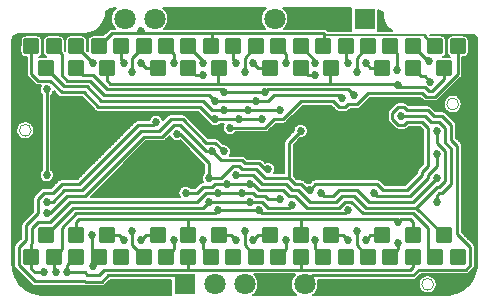
<source format=gtl>
G04 DipTrace 3.2.0.1*
G04 td_display_uBraidsII_bigtrans.GTL*
%MOIN*%
G04 #@! TF.FileFunction,Copper,L1,Top*
G04 #@! TF.Part,Single*
%AMOUTLINE0*
4,1,40,
0.025591,0.019193,
0.025493,0.020304,
0.025205,0.021381,
0.024734,0.022391,
0.024093,0.023306,
0.023306,0.024093,
0.022391,0.024734,
0.021381,0.025205,
0.020304,0.025493,
0.019193,0.025591,
-0.019193,0.025591,
-0.020304,0.025493,
-0.021381,0.025205,
-0.022391,0.024734,
-0.023306,0.024093,
-0.024093,0.023306,
-0.024734,0.022391,
-0.025205,0.021381,
-0.025493,0.020304,
-0.025591,0.019193,
-0.025591,-0.019193,
-0.025493,-0.020304,
-0.025205,-0.021381,
-0.024734,-0.022391,
-0.024093,-0.023306,
-0.023306,-0.024093,
-0.022391,-0.024734,
-0.021381,-0.025205,
-0.020304,-0.025493,
-0.019193,-0.025591,
0.019193,-0.025591,
0.020304,-0.025493,
0.021381,-0.025205,
0.022391,-0.024734,
0.023306,-0.024093,
0.024093,-0.023306,
0.024734,-0.022391,
0.025205,-0.021381,
0.025493,-0.020304,
0.025591,-0.019193,
0.025591,0.019193,
0*%
G04 #@! TA.AperFunction,Conductor*
%ADD10C,0.009843*%
%ADD14C,0.008*%
G04 #@! TA.AperFunction,CopperBalancing*
%ADD15C,0.005*%
G04 #@! TA.AperFunction,Nonconductor*
%ADD17C,0.000013*%
G04 #@! TA.AperFunction,ComponentPad*
%ADD19R,0.070866X0.070866*%
%ADD20C,0.070866*%
G04 #@! TA.AperFunction,ViaPad*
%ADD24C,0.027*%
%ADD37OUTLINE0*%
%FSLAX26Y26*%
G04*
G70*
G90*
G75*
G01*
G04 Top*
%LPD*%
X1063291Y797543D2*
D10*
X1102661D1*
X1142031Y836913D1*
X1161717D1*
X1171559Y827071D1*
X1220772D1*
X1250299Y797543D1*
X1329039D1*
X1348724Y777858D1*
X1368409D1*
X1388094Y758173D1*
X1397937D1*
X1417622Y777858D1*
X1624315D1*
X1644000Y758173D1*
X1722740D1*
X1771953Y807386D1*
Y817228D1*
X1791638Y836913D1*
Y964866D1*
X1771953Y984551D1*
X1722740D1*
X1712898Y974709D1*
X1693213D1*
X1673528Y994394D1*
Y1014079D1*
X1693213Y1033764D1*
X1712898D1*
X1722740Y1023921D1*
X1791638D1*
X1811323Y1004236D1*
X1840850D1*
X1870378Y974709D1*
Y925496D1*
X1890063Y905811D1*
Y610535D1*
X1934354Y566244D1*
Y507189D1*
X1919591Y492425D1*
X1762110D1*
X1742425Y472740D1*
X1410929D1*
X1381402Y443213D1*
X1329039Y797543D2*
Y915654D1*
X1368409Y955024D1*
X955024Y945181D2*
X964866D1*
X1063291Y846756D1*
Y797543D1*
X620378Y1165654D2*
X644000Y1142031D1*
X674512D1*
X723724Y1092819D1*
X1102661D1*
X1112504Y1082976D1*
X994394Y1165654D2*
X1018016Y1142031D1*
X1043606D1*
X1368409Y1165654D2*
X1392031Y1142031D1*
X1417622D1*
X1742425Y1165654D2*
X1770969Y1137110D1*
X1782583D1*
X1800807Y1118886D1*
X1250299Y1082976D2*
X1260142Y1092819D1*
X1525890D1*
X1545575Y1073134D1*
X1112504Y1082976D2*
X1250299D1*
X620378Y1236520D2*
X675167Y1181731D1*
Y1181500D1*
X994394Y1236520D2*
X1043606Y1187307D1*
Y1181402D1*
X1368409Y1236520D2*
X1417622Y1187307D1*
Y1181402D1*
X1742425Y1236520D2*
X1791548Y1187397D1*
X1794747D1*
X722740Y1165654D2*
Y1123331D1*
X733567Y1112504D1*
X1092819D1*
X1466835D1*
X1676383D1*
X1688152Y1100735D1*
X1693917Y1106500D1*
X1700168Y1100249D1*
X1784207D1*
X1796706Y1087751D1*
X1806255D1*
X1844787Y1126283D1*
Y1165654D1*
X1096756D2*
X1092819Y1161717D1*
Y1112504D1*
X1470772Y1165654D2*
X1466835Y1161717D1*
Y1112504D1*
X1470772Y606598D2*
X1510142D1*
X1525890Y590850D1*
X1151874Y807386D2*
X1210929D1*
X1240457Y777858D1*
X1319197D1*
X1338882Y758173D1*
X1358567D1*
X1397937Y718803D1*
X1486520D1*
X1506205Y738488D1*
X1545575D1*
X1584945Y699118D1*
X1752268D1*
X1821165Y768016D1*
X1831008D1*
X1850693Y787701D1*
Y886126D1*
X1821165Y915654D1*
Y955024D1*
X722740Y606598D2*
X762110D1*
X777858Y590850D1*
X1096756Y606598D2*
X1136126D1*
X1151874Y590850D1*
X1844787Y606598D2*
X1752268Y699118D1*
X620378Y606598D2*
Y649906D1*
X630220Y659748D1*
X994394D1*
X1368409D1*
X1683370D1*
X1693213Y649906D1*
X1821165Y876283D2*
Y836913D1*
X1791638Y807386D1*
Y797543D1*
X1732583Y738488D1*
X1624315D1*
X1614472Y748331D1*
X994394Y606598D2*
Y659748D1*
X1368409Y606598D2*
Y659748D1*
X1693213Y649906D2*
X1703055Y659748D1*
X1732583D1*
X1742425Y649906D1*
Y606598D1*
X981402Y443213D2*
X951874Y472740D1*
X726020D1*
X705499Y452219D1*
X650741D1*
X649906Y453055D1*
X482583D1*
X428449Y507189D1*
Y566244D1*
X453055Y590850D1*
Y640063D1*
X492425Y679433D1*
Y728646D1*
X512110Y748331D1*
X541638D1*
X571165Y777858D1*
X630220D1*
X827071Y974709D1*
X876283D1*
X886126Y984551D1*
X1073134Y886126D2*
X1102661Y856598D1*
X1171559D1*
X1181402Y846756D1*
X1230614D1*
X1250299Y827071D1*
X1260142D1*
X521953Y679433D2*
X531795D1*
X590850Y738488D1*
X649906D1*
X846756Y935339D1*
X905811D1*
X945181Y974709D1*
X964866D1*
X1053449Y886126D1*
X1073134D1*
X521953Y718803D2*
X541638D1*
X581008Y758173D1*
X640063D1*
X836913Y955024D1*
X895969D1*
X935339Y994394D1*
X974709D1*
X1053449Y915654D1*
X1082976D1*
X1112504Y886126D1*
X518016Y606598D2*
X610535Y699118D1*
X1043606D1*
X1063291Y718803D1*
X836913Y590850D2*
X852661Y606598D1*
X892031D1*
X1210929Y590850D2*
X1226677Y606598D1*
X1266047D1*
X1584945Y590850D2*
X1600693Y606598D1*
X1640063D1*
X1821165Y797543D2*
X1742425Y718803D1*
X1594787D1*
X1555417Y758173D1*
X1496362D1*
X1476677Y738488D1*
X1447150D1*
X1437307Y748331D1*
X1201087Y718803D2*
X1240457D1*
X1260142Y699118D1*
X1329039D1*
X1338882Y708961D1*
X1063291Y718803D2*
X1201087D1*
X470772Y1236520D2*
Y1144000D1*
X492425Y1122346D1*
X531795D1*
X571165Y1082976D1*
X644984D1*
X694197Y1033764D1*
X1033764D1*
X1073134Y994394D1*
X1082976D1*
X1821165Y718803D2*
Y738488D1*
X1831008Y748331D1*
X1840850D1*
X1870378Y777858D1*
Y895969D1*
X1850693Y915654D1*
Y964866D1*
X1831008Y984551D1*
X1801480D1*
X1781795Y1004236D1*
X1703055D1*
X844787Y1236520D2*
X807386Y1199118D1*
Y1151874D1*
X1218803Y1236520D2*
X1181402Y1199118D1*
Y1151874D1*
X1592819Y1236520D2*
X1555417Y1199118D1*
Y1151874D1*
X1161717Y994394D2*
X1240457D1*
X1082976D2*
X1161717D1*
X518016Y1165654D2*
X581008Y1102661D1*
X654827D1*
X704039Y1053449D1*
X1043606D1*
X1073134Y1023921D1*
X1112504D1*
X836913Y1181402D2*
X852661Y1165654D1*
X892031D1*
X1266047D2*
X1226677D1*
X1210929Y1181402D1*
X1640063Y1165654D2*
X1600693D1*
X1584945Y1181402D1*
X1191244Y1023921D2*
X1299512D1*
X1112504D2*
X1191244D1*
X545575Y1236520D2*
X571165Y1210929D1*
Y1142031D1*
X590850Y1122346D1*
X664669D1*
X713882Y1073134D1*
X1063291D1*
X1082976Y1053449D1*
X945181Y1181402D2*
Y1210929D1*
X919591Y1236520D1*
X1293606D2*
X1319197Y1210929D1*
Y1181402D1*
X1667622Y1236520D2*
X1690322Y1213820D1*
Y1158276D1*
X1220772Y1053449D2*
X1260142D1*
X1279827Y1073134D1*
X1496362D1*
X1506205Y1063291D1*
X1082976Y1053449D2*
X1220772D1*
X837667Y1287751D2*
X829743Y1279827D1*
X1073134D1*
X1447150D1*
Y1272677D1*
D14*
X1778433D1*
D10*
X1817228Y1233882D1*
Y1236520D1*
X521953Y807386D2*
Y1092819D1*
X695181Y1236520D2*
X738488Y1279827D1*
X829743D1*
X1069197Y1236520D2*
X1073134Y1240457D1*
Y1279827D1*
X1443213Y1236520D2*
X1447150Y1240457D1*
Y1272677D1*
X1892031Y1236520D2*
Y1144000D1*
X1817031Y1069000D1*
X1785929D1*
X1773429Y1081500D1*
X1593311D1*
X1555417Y1043606D1*
X1525890D1*
X1516047Y1033764D1*
X1496362D1*
X1476677Y1053449D1*
X1368409D1*
X1309354Y994394D1*
X1279827D1*
X1250299Y964866D1*
X1132189D1*
X769984Y1236520D2*
Y1189276D1*
X777858Y1181402D1*
X1144000Y1236520D2*
Y1189276D1*
X1151874Y1181402D1*
X1518016Y1236520D2*
Y1189276D1*
X1525890Y1181402D1*
X1417622Y590850D2*
Y561323D1*
X1443213Y535732D1*
X1817228D2*
X1791638Y561323D1*
Y630220D1*
X1742425Y679433D1*
X1575102D1*
X1535732Y718803D1*
X1516047D1*
X1496362Y699118D1*
X1388094D1*
X1348724Y738488D1*
X1329039D1*
X1309354Y758173D1*
X1230614D1*
X1210929Y777858D1*
X1201087D1*
X695181Y535732D2*
Y520734D1*
X677690Y503243D1*
X1069197Y535732D2*
X1043606Y561323D1*
Y590850D1*
X695181Y535732D2*
D3*
X1122346Y777858D2*
X1082976D1*
X1073134Y768016D1*
X1043606D1*
X1023921Y748331D1*
X984551D1*
X1201087Y777858D2*
X1122346D1*
X695181Y535732D2*
X671239Y559675D1*
Y607340D1*
X620378Y535732D2*
X590850Y506205D1*
Y482583D1*
X649906D1*
X657184Y475304D1*
X696161D1*
X713282Y492425D1*
X994394D1*
X1368409D1*
X1732583D1*
X1742425Y502268D1*
Y535732D1*
X994394D2*
Y492425D1*
X1368409Y535732D2*
Y492425D1*
X551480Y482583D2*
X545575Y486520D1*
Y535732D1*
X1319197Y590850D2*
Y561323D1*
X1293606Y535732D1*
X919591D2*
X945181Y561323D1*
Y590850D1*
X1667622Y535732D2*
X1693213Y561323D1*
Y581008D1*
X545575Y535732D2*
Y488488D1*
X551480Y482583D1*
X1230614Y689276D2*
X1240457Y679433D1*
X1516047D1*
X1525890Y689276D1*
X1092819D2*
X1230614D1*
X545575Y535732D2*
X571165Y561323D1*
Y630220D1*
X620378Y679433D1*
X1082976D1*
X1092819Y689276D1*
X512110Y482583D2*
X482583D1*
X470772Y494394D1*
Y535732D1*
X807386Y620378D2*
Y573134D1*
X844787Y535732D1*
X1181402Y620378D2*
Y573134D1*
X1218803Y535732D1*
X1555417Y620378D2*
Y573134D1*
X1592819Y535732D1*
X1171559Y748331D2*
X1210929D1*
X1220772Y738488D1*
X1250299D1*
X1260142Y728646D1*
X1299512D1*
X1092819Y748331D2*
X1171559D1*
X470772Y535732D2*
Y579039D1*
X472740Y581008D1*
Y630220D1*
X492425Y649906D1*
X531795D1*
X600693Y718803D1*
X1023921D1*
X1053449Y748331D1*
X1092819D1*
D24*
X1368409Y955024D3*
X1397937Y758173D3*
X955024Y945181D3*
X1063291Y797543D3*
X1250299Y1082976D3*
X1545575Y1073134D3*
X1112504Y1082976D3*
X1043606Y1142031D3*
X1417622D3*
X1800807Y1118886D3*
X675167Y1181500D3*
X1043606Y1181402D3*
X1417622D3*
X1794747Y1187397D3*
X1693917Y1106500D3*
X777858Y590850D3*
X1151874D3*
X1525890D3*
X1151874Y807386D3*
X1821165Y955024D3*
X1693213Y649906D3*
X1821165Y876283D3*
X1614472Y748331D3*
X886126Y984551D3*
X1073134Y886126D3*
X1260142Y827071D3*
X521953Y679433D3*
Y718803D3*
X1112504Y886126D3*
X836913Y590850D3*
X1063291Y718803D3*
X1210929Y590850D3*
X1201087Y718803D3*
X1584945Y590850D3*
X1338882Y708961D3*
X1821165Y797543D3*
X1437307Y748331D3*
X807386Y1151874D3*
X1082976Y994394D3*
X1181402Y1151874D3*
X1161717Y994394D3*
X1555417Y1151874D3*
X1240457Y994394D3*
X1821165Y718803D3*
X1703055Y1004236D3*
X1112504Y1023921D3*
X1191244D3*
X1299512D3*
X836913Y1181402D3*
X1210929D3*
X1584945D3*
X1860535Y423528D3*
X1437307Y856598D3*
X748331Y1004236D3*
X886126Y876283D3*
Y777858D3*
X724472Y1309982D3*
X777858Y1004236D3*
X424575Y1196864D3*
X423528Y876283D3*
X482583Y1092819D3*
X423528Y1102661D3*
X433370Y462898D3*
X640063Y423528D3*
X758173Y443213D3*
X904598Y443818D3*
X1663685Y446613D3*
X1640196Y1305633D3*
X1151874Y915654D3*
X1191244D3*
X1269984Y925496D3*
X1230614Y915654D3*
X1929433Y462898D3*
X1427465Y1023921D3*
X1604630Y1033764D3*
X551480Y1053449D3*
X493917Y925249D3*
X1732583Y1053449D3*
X836913Y1004236D3*
X531795Y423528D3*
X1556070Y447713D3*
X1919591Y1171559D3*
X1941753Y1261109D3*
X450167Y1025249D3*
X423528Y600693D3*
X1939276Y1053449D3*
Y915654D3*
Y758173D3*
Y600693D3*
X945181Y1181402D3*
X1082976Y1053449D3*
X1319197Y1181402D3*
X1220772Y1053449D3*
X1506205Y1063291D3*
X1690322Y1158276D3*
X521953Y807386D3*
X837667Y1287751D3*
X521953Y1092819D3*
X777858Y1181402D3*
X1132189Y964866D3*
X1151874Y1181402D3*
X1525890D3*
X1417622Y590850D3*
X671239Y607340D3*
X984551Y748331D3*
X1043606Y590850D3*
X1122346Y777858D3*
X1201087D3*
X677690Y503243D3*
X590850Y482583D3*
X945181Y590850D3*
X1092819Y689276D3*
X1319197Y590850D3*
X1230614Y689276D3*
X1693213Y581008D3*
X1525890Y689276D3*
X551480Y482583D3*
X807386Y620378D3*
X1092819Y748331D3*
X1181402Y620378D3*
X1171559Y748331D3*
X1555417Y620378D3*
X1299512Y728646D3*
X512110Y482583D3*
X733591Y1360224D2*
D15*
X746907D1*
X915896D2*
X1246907D1*
X1315896D2*
X1534769D1*
X724519Y1355356D2*
X743011D1*
X919792D2*
X1243011D1*
X1319792D2*
X1534769D1*
X719021Y1350487D2*
X740062D1*
X922741D2*
X1240062D1*
X1322741D2*
X1534769D1*
X1628034D2*
X1637005D1*
X718757Y1345618D2*
X737854D1*
X924948D2*
X1237854D1*
X1324948D2*
X1534769D1*
X1628034D2*
X1640794D1*
X718493Y1340749D2*
X736282D1*
X926521D2*
X1236282D1*
X1326521D2*
X1534769D1*
X1628034D2*
X1641165D1*
X717409Y1335881D2*
X735276D1*
X927526D2*
X1235276D1*
X1327526D2*
X1534769D1*
X1628034D2*
X1641526D1*
X715817Y1331012D2*
X734808D1*
X927995D2*
X1234808D1*
X1327995D2*
X1534769D1*
X1628034D2*
X1643011D1*
X714216Y1326143D2*
X734856D1*
X927946D2*
X1234856D1*
X1327946D2*
X1534769D1*
X1628034D2*
X1644593D1*
X712624Y1321274D2*
X735423D1*
X927380D2*
X1235423D1*
X1327380D2*
X1534769D1*
X1628034D2*
X1646165D1*
X709987Y1316406D2*
X736536D1*
X926267D2*
X1236536D1*
X1326267D2*
X1534769D1*
X1628034D2*
X1648196D1*
X706794Y1311537D2*
X738216D1*
X924587D2*
X1238216D1*
X1324587D2*
X1534769D1*
X1628034D2*
X1651204D1*
X703610Y1306668D2*
X740560D1*
X922243D2*
X1240560D1*
X1322243D2*
X1534769D1*
X1628034D2*
X1654212D1*
X700036Y1301799D2*
X743665D1*
X919138D2*
X1243665D1*
X1319138D2*
X1534769D1*
X1628034D2*
X1657396D1*
X694587Y1296930D2*
X747776D1*
X915026D2*
X1247776D1*
X1315026D2*
X1534769D1*
X1628034D2*
X1662327D1*
X689128Y1292062D2*
X728274D1*
X1457360D2*
X1534769D1*
X1628034D2*
X1667259D1*
X681989Y1287193D2*
X723265D1*
X672321Y1282324D2*
X718392D1*
X655310Y1277455D2*
X713528D1*
X415310Y1272587D2*
X448323D1*
X493220D2*
X523128D1*
X568024D2*
X597933D1*
X642819D2*
X672737D1*
X1839675D2*
X1869583D1*
X1914479D2*
X1945950D1*
X410632Y1267718D2*
X438938D1*
X502604D2*
X513743D1*
X577409D2*
X588548D1*
X652214D2*
X663353D1*
X1849060D2*
X1860198D1*
X1923864D2*
X1951546D1*
X408679Y1262849D2*
X435569D1*
X505974D2*
X510374D1*
X580778D2*
X585179D1*
X655583D2*
X659974D1*
X1852429D2*
X1856829D1*
X1927233D2*
X1954075D1*
X408005Y1257980D2*
X434144D1*
X1928659D2*
X1954808D1*
X408005Y1253112D2*
X433978D1*
X1928825D2*
X1954808D1*
X408005Y1248243D2*
X433978D1*
X1928825D2*
X1954808D1*
X408005Y1243374D2*
X433978D1*
X1928825D2*
X1954808D1*
X408005Y1238505D2*
X433978D1*
X1928825D2*
X1954808D1*
X408005Y1233636D2*
X433978D1*
X1928825D2*
X1954808D1*
X408005Y1228768D2*
X433978D1*
X1928825D2*
X1954808D1*
X408005Y1223899D2*
X433978D1*
X1928825D2*
X1954808D1*
X408005Y1219030D2*
X433978D1*
X1928825D2*
X1954808D1*
X408005Y1214161D2*
X434280D1*
X1928522D2*
X1954808D1*
X408005Y1209293D2*
X435989D1*
X505554D2*
X510794D1*
X1852009D2*
X1857249D1*
X1926813D2*
X1954808D1*
X408005Y1204424D2*
X439866D1*
X501677D2*
X514671D1*
X1848142D2*
X1861126D1*
X1922937D2*
X1954808D1*
X408005Y1199555D2*
X454651D1*
X1908151D2*
X1954808D1*
X408005Y1194686D2*
X454651D1*
X1908151D2*
X1954808D1*
X408005Y1189818D2*
X454651D1*
X1908151D2*
X1954808D1*
X408005Y1184949D2*
X454651D1*
X1908151D2*
X1954808D1*
X408005Y1180080D2*
X454651D1*
X1908151D2*
X1954808D1*
X408005Y1175211D2*
X454651D1*
X1908151D2*
X1954808D1*
X408005Y1170343D2*
X454651D1*
X1908151D2*
X1954808D1*
X408005Y1165474D2*
X454651D1*
X1908151D2*
X1954808D1*
X408005Y1160605D2*
X454651D1*
X1908151D2*
X1954808D1*
X408005Y1155736D2*
X454651D1*
X1908151D2*
X1954808D1*
X408005Y1150867D2*
X454651D1*
X1908151D2*
X1954808D1*
X408005Y1145999D2*
X454651D1*
X1908151D2*
X1954808D1*
X408005Y1141130D2*
X454915D1*
X1907888D2*
X1954808D1*
X408005Y1136261D2*
X456702D1*
X1906101D2*
X1954808D1*
X408005Y1131392D2*
X460784D1*
X1902019D2*
X1954808D1*
X408005Y1126524D2*
X465657D1*
X1897146D2*
X1954808D1*
X408005Y1121655D2*
X470521D1*
X1892282D2*
X1954808D1*
X408005Y1116786D2*
X475394D1*
X1887409D2*
X1954808D1*
X408005Y1111917D2*
X480267D1*
X1882536D2*
X1954808D1*
X408005Y1107049D2*
X488763D1*
X1877673D2*
X1954808D1*
X408005Y1102180D2*
X499134D1*
X1872800D2*
X1954808D1*
X408005Y1097311D2*
X497669D1*
X1867937D2*
X1954808D1*
X408005Y1092442D2*
X497259D1*
X1863063D2*
X1954808D1*
X408005Y1087573D2*
X497825D1*
X1858200D2*
X1954808D1*
X408005Y1082705D2*
X499466D1*
X544440D2*
X548841D1*
X1853327D2*
X1954808D1*
X408005Y1077836D2*
X502444D1*
X541452D2*
X553714D1*
X1848464D2*
X1954808D1*
X408005Y1072967D2*
X505833D1*
X538073D2*
X558587D1*
X1843591D2*
X1865472D1*
X1884860D2*
X1954808D1*
X408005Y1068098D2*
X505833D1*
X538073D2*
X565901D1*
X1838718D2*
X1856175D1*
X1894157D2*
X1954808D1*
X408005Y1063230D2*
X505833D1*
X538073D2*
X642142D1*
X1597634D2*
X1769104D1*
X1833854D2*
X1851263D1*
X1899079D2*
X1954808D1*
X408005Y1058361D2*
X505833D1*
X538073D2*
X647005D1*
X1592761D2*
X1773978D1*
X1828981D2*
X1848147D1*
X1902185D2*
X1954808D1*
X408005Y1053492D2*
X505833D1*
X538073D2*
X651878D1*
X1587897D2*
X1783548D1*
X1819411D2*
X1845794D1*
X1904538D2*
X1954808D1*
X408005Y1048623D2*
X505833D1*
X538073D2*
X656741D1*
X1583024D2*
X1687894D1*
X1718220D2*
X1844876D1*
X1905456D2*
X1954808D1*
X408005Y1043755D2*
X505833D1*
X538073D2*
X661614D1*
X1578161D2*
X1680608D1*
X1725495D2*
X1844280D1*
X1906052D2*
X1954808D1*
X408005Y1038886D2*
X505833D1*
X538073D2*
X666487D1*
X1573288D2*
X1675745D1*
X1796618D2*
X1844954D1*
X1905378D2*
X1954808D1*
X408005Y1034017D2*
X505833D1*
X538073D2*
X671351D1*
X1371569D2*
X1473519D1*
X1568425D2*
X1670872D1*
X1804138D2*
X1845970D1*
X1904362D2*
X1954808D1*
X408005Y1029148D2*
X505833D1*
X538073D2*
X676224D1*
X1366696D2*
X1478382D1*
X1561833D2*
X1666009D1*
X1809001D2*
X1848401D1*
X1901940D2*
X1954808D1*
X408005Y1024280D2*
X505833D1*
X538073D2*
X681087D1*
X1361833D2*
X1483255D1*
X1529157D2*
X1661194D1*
X1813874D2*
X1851751D1*
X1898581D2*
X1954808D1*
X408005Y1019411D2*
X505833D1*
X538073D2*
X687532D1*
X1356960D2*
X1489700D1*
X1522712D2*
X1658343D1*
X1845056D2*
X1856810D1*
X1893532D2*
X1954808D1*
X408005Y1014542D2*
X505833D1*
X538073D2*
X1030394D1*
X1352097D2*
X1657415D1*
X1853132D2*
X1867933D1*
X1882399D2*
X1954808D1*
X408005Y1009673D2*
X505833D1*
X538073D2*
X931585D1*
X978454D2*
X1035267D1*
X1347224D2*
X1657405D1*
X1858005D2*
X1954808D1*
X408005Y1004804D2*
X505833D1*
X538073D2*
X872376D1*
X899870D2*
X923157D1*
X986892D2*
X1040130D1*
X1342360D2*
X1657405D1*
X1862878D2*
X1954808D1*
X408005Y999936D2*
X505833D1*
X538073D2*
X866946D1*
X905310D2*
X918284D1*
X991755D2*
X1045003D1*
X1337487D2*
X1657405D1*
X1867741D2*
X1954808D1*
X408005Y995067D2*
X505833D1*
X538073D2*
X863831D1*
X908425D2*
X913421D1*
X996628D2*
X1049866D1*
X1332624D2*
X1657405D1*
X1872614D2*
X1954808D1*
X408005Y990198D2*
X505833D1*
X538073D2*
X824544D1*
X1001491D2*
X1054739D1*
X1327751D2*
X1657981D1*
X1877478D2*
X1954808D1*
X408005Y985329D2*
X440052D1*
X460280D2*
X505833D1*
X538073D2*
X815101D1*
X1006364D2*
X1059603D1*
X1322878D2*
X1660306D1*
X1882331D2*
X1954808D1*
X408005Y980461D2*
X431019D1*
X469313D2*
X505833D1*
X538073D2*
X810228D1*
X1011237D2*
X1062688D1*
X1316921D2*
X1664866D1*
X1885397D2*
X1954808D1*
X408005Y975592D2*
X426126D1*
X474216D2*
X505833D1*
X538073D2*
X805364D1*
X1016101D2*
X1067239D1*
X1098708D2*
X1109993D1*
X1283620D2*
X1355159D1*
X1381657D2*
X1669739D1*
X1886472D2*
X1954808D1*
X408005Y970723D2*
X423079D1*
X477253D2*
X505833D1*
X538073D2*
X800491D1*
X1020974D2*
X1077444D1*
X1088513D2*
X1108206D1*
X1278747D2*
X1349495D1*
X1387321D2*
X1674603D1*
X1886501D2*
X1954808D1*
X408005Y965854D2*
X420755D1*
X479587D2*
X505833D1*
X538073D2*
X795628D1*
X1025837D2*
X1107513D1*
X1273884D2*
X1346272D1*
X1390554D2*
X1679476D1*
X1726638D2*
X1768060D1*
X1886501D2*
X1954808D1*
X408005Y960986D2*
X419856D1*
X480485D2*
X505833D1*
X538073D2*
X790755D1*
X1030710D2*
X1107806D1*
X1269011D2*
X1344456D1*
X1392360D2*
X1685247D1*
X1720856D2*
X1772923D1*
X1886501D2*
X1954808D1*
X408005Y956117D2*
X419280D1*
X481052D2*
X505833D1*
X538073D2*
X785892D1*
X1035573D2*
X1109124D1*
X1264138D2*
X1343733D1*
X1393083D2*
X1775521D1*
X1886501D2*
X1954808D1*
X408005Y951248D2*
X419974D1*
X480358D2*
X505833D1*
X538073D2*
X781019D1*
X1040446D2*
X1111683D1*
X1258454D2*
X1342044D1*
X1392810D2*
X1775521D1*
X1886501D2*
X1954808D1*
X408005Y946379D2*
X421028D1*
X479304D2*
X505833D1*
X538073D2*
X776146D1*
X1045319D2*
X1116077D1*
X1148308D2*
X1337171D1*
X1391511D2*
X1775521D1*
X1886501D2*
X1954808D1*
X408005Y941510D2*
X423470D1*
X476862D2*
X505833D1*
X538073D2*
X771282D1*
X1050183D2*
X1125354D1*
X1139030D2*
X1332308D1*
X1388981D2*
X1775521D1*
X1886501D2*
X1954808D1*
X408005Y936642D2*
X426888D1*
X473444D2*
X505833D1*
X538073D2*
X766409D1*
X1055056D2*
X1327435D1*
X1384646D2*
X1775521D1*
X1886501D2*
X1954808D1*
X408005Y931773D2*
X431995D1*
X468337D2*
X505833D1*
X538073D2*
X761546D1*
X924841D2*
X934378D1*
X1059919D2*
X1322571D1*
X1375622D2*
X1775521D1*
X1886696D2*
X1954808D1*
X408005Y926904D2*
X443802D1*
X456530D2*
X505833D1*
X538073D2*
X756673D1*
X919968D2*
X938665D1*
X1094313D2*
X1317698D1*
X1362878D2*
X1775521D1*
X1891560D2*
X1954808D1*
X408005Y922035D2*
X505833D1*
X538073D2*
X751810D1*
X914499D2*
X947454D1*
X962585D2*
X965423D1*
X1099187D2*
X1314280D1*
X1358015D2*
X1775521D1*
X1896433D2*
X1954808D1*
X408005Y917167D2*
X505833D1*
X538073D2*
X746937D1*
X851179D2*
X970286D1*
X1104060D2*
X1312991D1*
X1353142D2*
X1775521D1*
X1901296D2*
X1954808D1*
X408005Y912298D2*
X505833D1*
X538073D2*
X742063D1*
X846306D2*
X975159D1*
X1108923D2*
X1312923D1*
X1348278D2*
X1775521D1*
X1904772D2*
X1954808D1*
X408005Y907429D2*
X505833D1*
X538073D2*
X737200D1*
X841442D2*
X980022D1*
X1124489D2*
X1312923D1*
X1345163D2*
X1775521D1*
X1906101D2*
X1954808D1*
X408005Y902560D2*
X505833D1*
X538073D2*
X732327D1*
X836569D2*
X984896D1*
X1130769D2*
X1312923D1*
X1345163D2*
X1775521D1*
X1906188D2*
X1954808D1*
X408005Y897692D2*
X505833D1*
X538073D2*
X727464D1*
X831696D2*
X989769D1*
X1134265D2*
X1312923D1*
X1345163D2*
X1775521D1*
X1906188D2*
X1954808D1*
X408005Y892823D2*
X505833D1*
X538073D2*
X722591D1*
X826833D2*
X994632D1*
X1136257D2*
X1312923D1*
X1345163D2*
X1775521D1*
X1906188D2*
X1954808D1*
X408005Y887954D2*
X505833D1*
X538073D2*
X717728D1*
X821960D2*
X999505D1*
X1137136D2*
X1312923D1*
X1345163D2*
X1775521D1*
X1906188D2*
X1954808D1*
X408005Y883085D2*
X505833D1*
X538073D2*
X712854D1*
X817097D2*
X1004368D1*
X1137009D2*
X1312923D1*
X1345163D2*
X1775521D1*
X1906188D2*
X1954808D1*
X408005Y878217D2*
X505833D1*
X538073D2*
X707991D1*
X812224D2*
X1009241D1*
X1135876D2*
X1312923D1*
X1345163D2*
X1775521D1*
X1906188D2*
X1954808D1*
X408005Y873348D2*
X505833D1*
X538073D2*
X703118D1*
X807360D2*
X1014104D1*
X1133552D2*
X1312923D1*
X1345163D2*
X1775521D1*
X1906188D2*
X1954808D1*
X408005Y868479D2*
X505833D1*
X538073D2*
X698245D1*
X802487D2*
X1018978D1*
X1182204D2*
X1312923D1*
X1345163D2*
X1775521D1*
X1906188D2*
X1954808D1*
X408005Y863610D2*
X505833D1*
X538073D2*
X693382D1*
X797624D2*
X1023841D1*
X1187136D2*
X1312923D1*
X1345163D2*
X1775521D1*
X1906188D2*
X1954808D1*
X408005Y858741D2*
X505833D1*
X538073D2*
X688509D1*
X792751D2*
X1028714D1*
X1241130D2*
X1312923D1*
X1345163D2*
X1775521D1*
X1906188D2*
X1954808D1*
X408005Y853873D2*
X505833D1*
X538073D2*
X683646D1*
X787878D2*
X1033587D1*
X1246091D2*
X1312923D1*
X1345163D2*
X1775521D1*
X1906188D2*
X1954808D1*
X408005Y849004D2*
X505833D1*
X538073D2*
X678772D1*
X783015D2*
X1038450D1*
X1270866D2*
X1312923D1*
X1345163D2*
X1775521D1*
X1906188D2*
X1954808D1*
X408005Y844135D2*
X505833D1*
X538073D2*
X673909D1*
X778142D2*
X1043323D1*
X1277800D2*
X1312923D1*
X1345163D2*
X1775521D1*
X1906188D2*
X1954808D1*
X408005Y839266D2*
X505833D1*
X538073D2*
X669036D1*
X773278D2*
X1047171D1*
X1281540D2*
X1312923D1*
X1345163D2*
X1771399D1*
X1906188D2*
X1954808D1*
X408005Y834398D2*
X505833D1*
X538073D2*
X664173D1*
X768405D2*
X1047171D1*
X1283708D2*
X1312923D1*
X1345163D2*
X1766526D1*
X1906188D2*
X1954808D1*
X408005Y829529D2*
X505833D1*
X538073D2*
X659300D1*
X763542D2*
X1047171D1*
X1284714D2*
X1312923D1*
X1345163D2*
X1761663D1*
X1906188D2*
X1954808D1*
X408005Y824660D2*
X504505D1*
X539401D2*
X654427D1*
X758669D2*
X1047171D1*
X1284724D2*
X1312923D1*
X1345163D2*
X1757708D1*
X1906188D2*
X1954808D1*
X408005Y819791D2*
X500677D1*
X543229D2*
X649563D1*
X753796D2*
X1047171D1*
X1283718D2*
X1312923D1*
X1345163D2*
X1756048D1*
X1906188D2*
X1954808D1*
X408005Y814923D2*
X498460D1*
X545446D2*
X644690D1*
X748933D2*
X1045950D1*
X1281569D2*
X1312923D1*
X1345163D2*
X1755833D1*
X1906188D2*
X1954808D1*
X408005Y810054D2*
X497396D1*
X546501D2*
X639827D1*
X744060D2*
X1042073D1*
X1345163D2*
X1752024D1*
X1906188D2*
X1954808D1*
X408005Y805185D2*
X497356D1*
X546550D2*
X634954D1*
X739196D2*
X1039827D1*
X1345163D2*
X1747161D1*
X1906188D2*
X1954808D1*
X408005Y800316D2*
X498304D1*
X545593D2*
X630091D1*
X734323D2*
X1038753D1*
X1348854D2*
X1742288D1*
X1906188D2*
X1954808D1*
X408005Y795448D2*
X500403D1*
X543503D2*
X625218D1*
X729460D2*
X1038685D1*
X1353728D2*
X1737425D1*
X1906188D2*
X1954808D1*
X408005Y790579D2*
X504046D1*
X539860D2*
X561595D1*
X724587D2*
X1039612D1*
X1377976D2*
X1408050D1*
X1633884D2*
X1732552D1*
X1906188D2*
X1954808D1*
X408005Y785710D2*
X510696D1*
X533210D2*
X556429D1*
X719724D2*
X1041683D1*
X1383151D2*
X1402884D1*
X1639060D2*
X1727688D1*
X1906188D2*
X1954808D1*
X408005Y780841D2*
X551556D1*
X714851D2*
X1034192D1*
X1643923D2*
X1722815D1*
X1906188D2*
X1954808D1*
X408005Y775972D2*
X546692D1*
X709978D2*
X1028968D1*
X1648796D2*
X1717952D1*
X1906188D2*
X1954808D1*
X408005Y771104D2*
X541819D1*
X705114D2*
X975862D1*
X993239D2*
X1024104D1*
X1906188D2*
X1954808D1*
X408005Y766235D2*
X536946D1*
X700241D2*
X967767D1*
X1001335D2*
X1019231D1*
X1906188D2*
X1954808D1*
X408005Y761366D2*
X503001D1*
X695378D2*
X963665D1*
X1906188D2*
X1954808D1*
X408005Y756497D2*
X497688D1*
X690505D2*
X961272D1*
X1906188D2*
X1954808D1*
X408005Y751629D2*
X492815D1*
X685642D2*
X960081D1*
X1906188D2*
X1954808D1*
X408005Y746760D2*
X487952D1*
X680769D2*
X959905D1*
X1906188D2*
X1954808D1*
X408005Y741891D2*
X483079D1*
X675896D2*
X960726D1*
X1906188D2*
X1954808D1*
X408005Y737022D2*
X478743D1*
X671032D2*
X962659D1*
X1906188D2*
X1954808D1*
X408005Y732154D2*
X476702D1*
X1906188D2*
X1954808D1*
X408005Y727285D2*
X476302D1*
X1906188D2*
X1954808D1*
X408005Y722416D2*
X476302D1*
X1906188D2*
X1954808D1*
X408005Y717547D2*
X476302D1*
X1906188D2*
X1954808D1*
X408005Y712678D2*
X476302D1*
X1906188D2*
X1954808D1*
X408005Y707810D2*
X476302D1*
X1906188D2*
X1954808D1*
X408005Y702941D2*
X476302D1*
X1906188D2*
X1954808D1*
X408005Y698072D2*
X476302D1*
X1906188D2*
X1954808D1*
X408005Y693203D2*
X476302D1*
X1906188D2*
X1954808D1*
X408005Y688335D2*
X476302D1*
X1906188D2*
X1954808D1*
X408005Y683466D2*
X473870D1*
X1906188D2*
X1954808D1*
X408005Y678597D2*
X468997D1*
X1906188D2*
X1954808D1*
X408005Y673728D2*
X464124D1*
X1906188D2*
X1954808D1*
X408005Y668860D2*
X459261D1*
X1906188D2*
X1954808D1*
X408005Y663991D2*
X454388D1*
X1906188D2*
X1954808D1*
X408005Y659122D2*
X449524D1*
X1906188D2*
X1954808D1*
X408005Y654253D2*
X444651D1*
X1906188D2*
X1954808D1*
X408005Y649385D2*
X440022D1*
X1906188D2*
X1954808D1*
X408005Y644516D2*
X437581D1*
X1906188D2*
X1954808D1*
X408005Y639647D2*
X436937D1*
X1906188D2*
X1954808D1*
X408005Y634778D2*
X436937D1*
X1906188D2*
X1954808D1*
X408005Y629909D2*
X436937D1*
X1906188D2*
X1954808D1*
X408005Y625041D2*
X436937D1*
X1906188D2*
X1954808D1*
X408005Y620172D2*
X436937D1*
X1906188D2*
X1954808D1*
X408005Y615303D2*
X436937D1*
X1907888D2*
X1954808D1*
X408005Y610434D2*
X436937D1*
X1912761D2*
X1954808D1*
X408005Y605566D2*
X436937D1*
X1917624D2*
X1954808D1*
X408005Y600697D2*
X436937D1*
X1922497D2*
X1954808D1*
X408005Y595828D2*
X435442D1*
X1927360D2*
X1954808D1*
X408005Y590959D2*
X430569D1*
X1932233D2*
X1954808D1*
X408005Y586091D2*
X425706D1*
X1937097D2*
X1954808D1*
X408005Y581222D2*
X420833D1*
X1941970D2*
X1954808D1*
X408005Y576353D2*
X416038D1*
X1946765D2*
X1954808D1*
X408005Y571484D2*
X413235D1*
X1949567D2*
X1954808D1*
X408005Y566615D2*
X412327D1*
X1950476D2*
X1954808D1*
X408005Y561747D2*
X412327D1*
X1950476D2*
X1954808D1*
X408005Y556878D2*
X412327D1*
X1950476D2*
X1954808D1*
X408005Y552009D2*
X412327D1*
X1950476D2*
X1954808D1*
X408005Y547140D2*
X412327D1*
X1950476D2*
X1954808D1*
X408005Y542272D2*
X412327D1*
X1950476D2*
X1954808D1*
X408005Y537403D2*
X412327D1*
X1950476D2*
X1954808D1*
X408005Y532534D2*
X412327D1*
X1950476D2*
X1954808D1*
X408005Y527665D2*
X412327D1*
X1950476D2*
X1954808D1*
X408005Y522797D2*
X412327D1*
X1950476D2*
X1954808D1*
X408005Y517928D2*
X412327D1*
X1950476D2*
X1954808D1*
X408000Y513059D2*
X412327D1*
X1950476D2*
X1954808D1*
X408220Y508190D2*
X412327D1*
X1950476D2*
X1954583D1*
X408483Y503322D2*
X412815D1*
X1949987D2*
X1954319D1*
X409021Y498453D2*
X415003D1*
X1947800D2*
X1953782D1*
X409792Y493584D2*
X419466D1*
X1943337D2*
X1953011D1*
X410749Y488715D2*
X424329D1*
X1938474D2*
X1952054D1*
X412048Y483846D2*
X429202D1*
X1933601D2*
X1950755D1*
X413454Y478978D2*
X434065D1*
X1928044D2*
X1949349D1*
X415319Y474109D2*
X438938D1*
X1216159D2*
X1346644D1*
X1766384D2*
X1947483D1*
X417233Y469240D2*
X443802D1*
X1219987D2*
X1342815D1*
X1761521D2*
X1775813D1*
X1807468D2*
X1945569D1*
X419714Y464371D2*
X448675D1*
X1222897D2*
X1339905D1*
X1756647D2*
X1769661D1*
X1813620D2*
X1943089D1*
X422233Y459503D2*
X453548D1*
X1225065D2*
X1337737D1*
X1751218D2*
X1765599D1*
X1817673D2*
X1940569D1*
X425397Y454634D2*
X458411D1*
X730505D2*
X934769D1*
X1226599D2*
X1336204D1*
X1426599D2*
X1763118D1*
X1820153D2*
X1937405D1*
X428698Y449765D2*
X463284D1*
X725632D2*
X934769D1*
X1227565D2*
X1335237D1*
X1427565D2*
X1761653D1*
X1821628D2*
X1934104D1*
X432634Y444896D2*
X468147D1*
X720769D2*
X934769D1*
X1228005D2*
X1334798D1*
X1428005D2*
X1760882D1*
X1822399D2*
X1930169D1*
X436979Y440028D2*
X473460D1*
X715769D2*
X934769D1*
X1227927D2*
X1334876D1*
X1427927D2*
X1761116D1*
X1822155D2*
X1925823D1*
X441853Y435159D2*
X934769D1*
X1227331D2*
X1335481D1*
X1427331D2*
X1761888D1*
X1821384D2*
X1920950D1*
X447683Y430290D2*
X934769D1*
X1226188D2*
X1336614D1*
X1426188D2*
X1763880D1*
X1819392D2*
X1915120D1*
X454323Y425421D2*
X934769D1*
X1224470D2*
X1338333D1*
X1424470D2*
X1766497D1*
X1816774D2*
X1908479D1*
X462233Y420552D2*
X934769D1*
X1222087D2*
X1340716D1*
X1422087D2*
X1771165D1*
X1812116D2*
X1900569D1*
X472360Y415684D2*
X934769D1*
X1218923D2*
X1343880D1*
X1418923D2*
X1778753D1*
X1804519D2*
X1890442D1*
X487097Y410815D2*
X934769D1*
X1214743D2*
X1348060D1*
X1414743D2*
X1875706D1*
X498833Y1201944D2*
X518864Y1201994D1*
X517198Y1202917D1*
X515463Y1204170D1*
X513916Y1205648D1*
X512823Y1206927D1*
X511621Y1208698D1*
X510672Y1210618D1*
X510084Y1212194D1*
X509561Y1214262D1*
X509325Y1216395D1*
X509284Y1224827D1*
X509344Y1256866D1*
X509528Y1258589D1*
X510036Y1260673D1*
X510598Y1262258D1*
X511528Y1264179D1*
X512716Y1265962D1*
X513787Y1267260D1*
X515320Y1268749D1*
X517201Y1270124D1*
X519066Y1271140D1*
X520448Y1271747D1*
X522498Y1272348D1*
X524152Y1272655D1*
X526293Y1272810D1*
X565921Y1272750D1*
X567644Y1272567D1*
X569728Y1272059D1*
X571314Y1271497D1*
X573234Y1270567D1*
X575018Y1269378D1*
X576315Y1268308D1*
X577804Y1266775D1*
X579074Y1265048D1*
X579927Y1263598D1*
X580802Y1261647D1*
X581403Y1259597D1*
X581710Y1257943D1*
X581865Y1255801D1*
Y1222324D1*
X583044Y1221074D1*
X584087Y1219827D1*
X584147Y1256866D1*
X584331Y1258589D1*
X584839Y1260673D1*
X585401Y1262258D1*
X586331Y1264179D1*
X587628Y1266115D1*
X589034Y1267707D1*
X590123Y1268749D1*
X591850Y1270019D1*
X593300Y1270872D1*
X595251Y1271747D1*
X597301Y1272348D1*
X598955Y1272654D1*
X601096Y1272810D1*
X640724Y1272750D1*
X642447Y1272567D1*
X644531Y1272059D1*
X646117Y1271497D1*
X648037Y1270566D1*
X649821Y1269378D1*
X651119Y1268308D1*
X652608Y1266775D1*
X653877Y1265048D1*
X654730Y1263598D1*
X655605Y1261647D1*
X656206Y1259597D1*
X656513Y1257943D1*
X656668Y1255801D1*
X656669Y1222324D1*
X658886Y1220103D1*
X658924Y1256555D1*
X659134Y1258589D1*
X659691Y1260849D1*
X660467Y1262826D1*
X661134Y1264179D1*
X662323Y1265962D1*
X663393Y1267260D1*
X664926Y1268749D1*
X666653Y1270019D1*
X668103Y1270872D1*
X670054Y1271747D1*
X672104Y1272348D1*
X673758Y1272654D1*
X675899Y1272810D1*
X709377D1*
X728343Y1291705D1*
X730326Y1293146D1*
X732510Y1294259D1*
X734841Y1295017D1*
X737263Y1295400D1*
X743488Y1295448D1*
X749787D1*
X747873Y1297352D1*
X746206Y1299214D1*
X744642Y1301164D1*
X743187Y1303196D1*
X741843Y1305304D1*
X740615Y1307482D1*
X739508Y1309722D1*
X738523Y1312020D1*
X737664Y1314367D1*
X736933Y1316758D1*
X736333Y1319185D1*
X735866Y1321640D1*
X735532Y1324117D1*
X735333Y1326609D1*
X735269Y1329108D1*
X735340Y1331607D1*
X735547Y1334098D1*
X735888Y1336574D1*
X736363Y1339028D1*
X736970Y1341453D1*
X737708Y1343842D1*
X738574Y1346186D1*
X739565Y1348481D1*
X740680Y1350719D1*
X741914Y1352892D1*
X743264Y1354996D1*
X744726Y1357024D1*
X746295Y1358969D1*
X747968Y1360827D1*
X749739Y1362591D1*
X752464Y1364947D1*
X746515Y1364242D1*
X739484Y1362563D1*
X732702Y1360082D1*
X726252Y1356831D1*
X719819Y1352515D1*
X718572Y1351467D1*
X717836Y1338729D1*
X711494Y1319491D1*
X700375Y1302559D1*
X685244Y1289092D1*
X667135Y1280012D1*
X647758Y1276015D1*
X426345Y1276009D1*
X420838Y1275468D1*
X416689Y1273917D1*
X413072Y1271350D1*
X410236Y1267940D1*
X408371Y1263916D1*
X407501Y1258962D1*
X407500Y512460D1*
X408092Y501181D1*
X409805Y490361D1*
X412639Y479786D1*
X416563Y469566D1*
X421533Y459810D1*
X427496Y450629D1*
X434385Y442121D1*
X442126Y434380D1*
X450634Y427492D1*
X459816Y421530D1*
X469572Y416560D1*
X479793Y412637D1*
X490368Y409804D1*
X501181Y408092D1*
X512464Y407500D1*
X935259D1*
X935269Y457128D1*
X732489Y457119D1*
X715644Y440341D1*
X713661Y438900D1*
X711477Y437787D1*
X709145Y437029D1*
X706724Y436646D1*
X700499Y436598D1*
X649516Y436646D1*
X647095Y437029D1*
X645910Y437364D1*
X642406Y437434D1*
X481357Y437482D1*
X478936Y437865D1*
X476605Y438623D1*
X474421Y439736D1*
X472437Y441177D1*
X468001Y445545D1*
X416570Y497044D1*
X415129Y499027D1*
X414017Y501211D1*
X413259Y503542D1*
X412876Y505963D1*
X412827Y512189D1*
X412876Y567470D1*
X413259Y569891D1*
X414017Y572222D1*
X415129Y574406D1*
X416570Y576389D1*
X420938Y580826D1*
X437435Y597322D1*
X437482Y641289D1*
X437865Y643710D1*
X438623Y646041D1*
X439736Y648225D1*
X441177Y650208D1*
X445545Y654645D1*
X476805Y685905D1*
X476852Y729871D1*
X477235Y732292D1*
X477993Y734624D1*
X479106Y736808D1*
X480547Y738791D1*
X484915Y743227D1*
X501965Y760209D1*
X503948Y761650D1*
X506132Y762763D1*
X508464Y763520D1*
X510885Y763904D1*
X517110Y763952D1*
X535167D1*
X561020Y789737D1*
X563003Y791178D1*
X565187Y792290D1*
X567519Y793048D1*
X569940Y793431D1*
X576165Y793480D1*
X623753D1*
X816926Y986587D1*
X818909Y988028D1*
X821093Y989141D1*
X823424Y989898D1*
X825845Y990282D1*
X832071Y990330D1*
X862628D1*
X863110Y992029D1*
X863768Y993812D1*
X864564Y995538D1*
X865492Y997196D1*
X866548Y998776D1*
X867724Y1000268D1*
X869014Y1001663D1*
X870409Y1002953D1*
X871902Y1004129D1*
X873482Y1005185D1*
X875139Y1006114D1*
X876865Y1006909D1*
X878648Y1007567D1*
X880477Y1008083D1*
X882340Y1008453D1*
X884227Y1008677D1*
X886126Y1008751D1*
X888025Y1008677D1*
X889912Y1008453D1*
X891775Y1008083D1*
X893604Y1007567D1*
X895387Y1006909D1*
X897113Y1006114D1*
X898770Y1005185D1*
X900350Y1004129D1*
X901843Y1002953D1*
X903238Y1001663D1*
X904528Y1000268D1*
X905704Y998776D1*
X906760Y997196D1*
X907688Y995538D1*
X908484Y993812D1*
X909142Y992029D1*
X909526Y990665D1*
X925193Y1006272D1*
X927176Y1007713D1*
X929361Y1008826D1*
X931692Y1009583D1*
X934113Y1009967D1*
X940339Y1010015D1*
X975934Y1009967D1*
X978355Y1009583D1*
X980687Y1008826D1*
X982871Y1007713D1*
X984854Y1006272D1*
X989290Y1001904D1*
X1059925Y931269D1*
X1084202Y931227D1*
X1086623Y930843D1*
X1088954Y930086D1*
X1091139Y928973D1*
X1093122Y927532D1*
X1097558Y923164D1*
X1110478Y910244D1*
X1112504Y910326D1*
X1114403Y910251D1*
X1116290Y910028D1*
X1118153Y909657D1*
X1119982Y909142D1*
X1121765Y908484D1*
X1123491Y907688D1*
X1125148Y906760D1*
X1126728Y905704D1*
X1128221Y904528D1*
X1129616Y903238D1*
X1130906Y901843D1*
X1132082Y900350D1*
X1133138Y898770D1*
X1134066Y897113D1*
X1134862Y895387D1*
X1135520Y893604D1*
X1136035Y891775D1*
X1136406Y889912D1*
X1136629Y888025D1*
X1136704Y886126D1*
X1136629Y884227D1*
X1136406Y882340D1*
X1136035Y880477D1*
X1135520Y878648D1*
X1134862Y876865D1*
X1134066Y875139D1*
X1133138Y873482D1*
X1132292Y872216D1*
X1172785Y872172D1*
X1175206Y871788D1*
X1177537Y871031D1*
X1179721Y869918D1*
X1181704Y868477D1*
X1186141Y864109D1*
X1187874Y862376D1*
X1231840Y862329D1*
X1234261Y861946D1*
X1236592Y861188D1*
X1238776Y860075D1*
X1240759Y858634D1*
X1245196Y854266D1*
X1250285Y849177D1*
X1252664Y850086D1*
X1254492Y850602D1*
X1256356Y850973D1*
X1258243Y851196D1*
X1260142Y851271D1*
X1262040Y851196D1*
X1263927Y850973D1*
X1265791Y850602D1*
X1267620Y850086D1*
X1269403Y849429D1*
X1271128Y848633D1*
X1272786Y847705D1*
X1274366Y846649D1*
X1275858Y845473D1*
X1277254Y844183D1*
X1278544Y842788D1*
X1279720Y841295D1*
X1280776Y839715D1*
X1281704Y838057D1*
X1282500Y836332D1*
X1283157Y834549D1*
X1283673Y832720D1*
X1284044Y830857D1*
X1284267Y828970D1*
X1284342Y827071D1*
X1284267Y825172D1*
X1284044Y823285D1*
X1283673Y821421D1*
X1283157Y819593D1*
X1282500Y817810D1*
X1281704Y816084D1*
X1280776Y814426D1*
X1279930Y813161D1*
X1313414Y813165D1*
X1313466Y916879D1*
X1313850Y919300D1*
X1314607Y921632D1*
X1315720Y923816D1*
X1317161Y925799D1*
X1321529Y930235D1*
X1344296Y953002D1*
X1344209Y955024D1*
X1344284Y956922D1*
X1344507Y958809D1*
X1344878Y960673D1*
X1345394Y962502D1*
X1346052Y964285D1*
X1346847Y966010D1*
X1347776Y967668D1*
X1348831Y969248D1*
X1350008Y970740D1*
X1351297Y972136D1*
X1352693Y973425D1*
X1354185Y974602D1*
X1355765Y975658D1*
X1357423Y976586D1*
X1359149Y977382D1*
X1360931Y978039D1*
X1362760Y978555D1*
X1364624Y978926D1*
X1366511Y979149D1*
X1368409Y979224D1*
X1370308Y979149D1*
X1372195Y978926D1*
X1374059Y978555D1*
X1375888Y978039D1*
X1377670Y977382D1*
X1379396Y976586D1*
X1381054Y975658D1*
X1382634Y974602D1*
X1384126Y973425D1*
X1385521Y972136D1*
X1386811Y970740D1*
X1387988Y969248D1*
X1389043Y967668D1*
X1389972Y966010D1*
X1390767Y964285D1*
X1391425Y962502D1*
X1391941Y960673D1*
X1392312Y958809D1*
X1392535Y956922D1*
X1392609Y955024D1*
X1392535Y953125D1*
X1392312Y951238D1*
X1391941Y949374D1*
X1391425Y947545D1*
X1390767Y945763D1*
X1389972Y944037D1*
X1389043Y942379D1*
X1387988Y940799D1*
X1386811Y939307D1*
X1385521Y937912D1*
X1384126Y936622D1*
X1382634Y935445D1*
X1381054Y934390D1*
X1379396Y933461D1*
X1377670Y932666D1*
X1375888Y932008D1*
X1374059Y931492D1*
X1372195Y931122D1*
X1370308Y930898D1*
X1368409Y930824D1*
X1366385Y930913D1*
X1344659Y909182D1*
X1344661Y804023D1*
X1355201Y793473D1*
X1369635Y793431D1*
X1372056Y793048D1*
X1374387Y792291D1*
X1376572Y791178D1*
X1378555Y789737D1*
X1382991Y785369D1*
X1388080Y780279D1*
X1390459Y781189D1*
X1392288Y781705D1*
X1394151Y782075D1*
X1396038Y782299D1*
X1397937Y782373D1*
X1399961Y782284D1*
X1407477Y789737D1*
X1409460Y791178D1*
X1411644Y792291D1*
X1413975Y793048D1*
X1416396Y793432D1*
X1422622Y793480D1*
X1625541Y793432D1*
X1627962Y793048D1*
X1630293Y792291D1*
X1632477Y791178D1*
X1634460Y789737D1*
X1638896Y785369D1*
X1650477Y773788D1*
X1716275Y773795D1*
X1756337Y813862D1*
X1756380Y818454D1*
X1756763Y820875D1*
X1757521Y823206D1*
X1758633Y825390D1*
X1760074Y827374D1*
X1764442Y831810D1*
X1776023Y843390D1*
X1776017Y958388D1*
X1765476Y968936D1*
X1729209Y968930D1*
X1723043Y962830D1*
X1721060Y961389D1*
X1718876Y960276D1*
X1716544Y959519D1*
X1714123Y959136D1*
X1707898Y959087D1*
X1691987Y959136D1*
X1689566Y959519D1*
X1687235Y960276D1*
X1685050Y961389D1*
X1683067Y962830D1*
X1678631Y967198D1*
X1661649Y984248D1*
X1660208Y986232D1*
X1659095Y988416D1*
X1658338Y990747D1*
X1657954Y993168D1*
X1657906Y999394D1*
X1657954Y1015304D1*
X1658338Y1017725D1*
X1659095Y1020057D1*
X1660208Y1022241D1*
X1661649Y1024224D1*
X1666017Y1028660D1*
X1683067Y1045642D1*
X1685050Y1047083D1*
X1687235Y1048196D1*
X1689566Y1048953D1*
X1691987Y1049337D1*
X1698213Y1049385D1*
X1714123Y1049337D1*
X1716544Y1048954D1*
X1718876Y1048196D1*
X1721060Y1047083D1*
X1723043Y1045642D1*
X1727479Y1041274D1*
X1729212Y1039541D1*
X1792863Y1039494D1*
X1795285Y1039111D1*
X1797616Y1038354D1*
X1799800Y1037241D1*
X1801783Y1035800D1*
X1806219Y1031432D1*
X1817800Y1019851D1*
X1842076Y1019809D1*
X1844497Y1019426D1*
X1846828Y1018668D1*
X1849013Y1017556D1*
X1850996Y1016115D1*
X1855432Y1011747D1*
X1882257Y984854D1*
X1883697Y982871D1*
X1884810Y980687D1*
X1885568Y978355D1*
X1885951Y975934D1*
X1885999Y969709D1*
Y931965D1*
X1901942Y915956D1*
X1903382Y913973D1*
X1904495Y911789D1*
X1905253Y909458D1*
X1905636Y907037D1*
X1905684Y900811D1*
Y617012D1*
X1946233Y576389D1*
X1947674Y574406D1*
X1948787Y572222D1*
X1949544Y569891D1*
X1949928Y567470D1*
X1949976Y561244D1*
X1949928Y505963D1*
X1949544Y503542D1*
X1948787Y501211D1*
X1947674Y499027D1*
X1946233Y497044D1*
X1941865Y492608D1*
X1929736Y480547D1*
X1927753Y479106D1*
X1925569Y477993D1*
X1923237Y477236D1*
X1920816Y476852D1*
X1914591Y476804D1*
X1768585D1*
X1752570Y460862D1*
X1750587Y459421D1*
X1748403Y458308D1*
X1746072Y457550D1*
X1743651Y457167D1*
X1737425Y457119D1*
X1425384D1*
X1426484Y453000D1*
X1426948Y450544D1*
X1427279Y448066D1*
X1427474Y445574D1*
X1427535Y443213D1*
X1427467Y440714D1*
X1427264Y438222D1*
X1426926Y435746D1*
X1426455Y433291D1*
X1425852Y430865D1*
X1425117Y428476D1*
X1424255Y426129D1*
X1423267Y423833D1*
X1422156Y421594D1*
X1420925Y419418D1*
X1419578Y417313D1*
X1418119Y415283D1*
X1416552Y413335D1*
X1414883Y411475D1*
X1413114Y409708D1*
X1410575Y407495D1*
X1850339Y407500D1*
X1861622Y408092D1*
X1872442Y409805D1*
X1883017Y412640D1*
X1893237Y416563D1*
X1902991Y421533D1*
X1912174Y427497D1*
X1920682Y434386D1*
X1928423Y442127D1*
X1935311Y450634D1*
X1941273Y459816D1*
X1946243Y469572D1*
X1950166Y479794D1*
X1953000Y490368D1*
X1954712Y501181D1*
X1955303Y512464D1*
Y1258919D1*
X1954596Y1262789D1*
X1953163Y1266159D1*
X1951027Y1269134D1*
X1948289Y1271569D1*
X1945087Y1273342D1*
X1941987Y1274249D1*
X1798955Y1274250D1*
X1800396Y1272806D1*
X1837264Y1272777D1*
X1839298Y1272567D1*
X1841382Y1272059D1*
X1842967Y1271497D1*
X1844888Y1270566D1*
X1846824Y1269269D1*
X1848415Y1267864D1*
X1849458Y1266775D1*
X1850727Y1265048D1*
X1851581Y1263598D1*
X1852456Y1261647D1*
X1853056Y1259597D1*
X1853363Y1257943D1*
X1853519Y1255801D1*
X1853459Y1216173D1*
X1853275Y1214450D1*
X1852768Y1212366D1*
X1852205Y1210781D1*
X1851275Y1208860D1*
X1850087Y1207077D1*
X1849016Y1205779D1*
X1847483Y1204290D1*
X1845756Y1203021D1*
X1844307Y1202167D1*
X1843832Y1201944D1*
X1865134Y1201884D1*
X1865654Y1201839D1*
X1864372Y1202473D1*
X1862589Y1203661D1*
X1861291Y1204732D1*
X1859802Y1206265D1*
X1858533Y1207992D1*
X1857679Y1209441D1*
X1856804Y1211392D1*
X1856203Y1213443D1*
X1855897Y1215097D1*
X1855741Y1217238D1*
X1855801Y1256866D1*
X1855985Y1258589D1*
X1856492Y1260673D1*
X1857055Y1262258D1*
X1857985Y1264179D1*
X1859173Y1265962D1*
X1860243Y1267260D1*
X1861777Y1268749D1*
X1863504Y1270019D1*
X1864953Y1270872D1*
X1866904Y1271747D1*
X1868954Y1272348D1*
X1870608Y1272654D1*
X1872750Y1272810D1*
X1912378Y1272750D1*
X1914101Y1272567D1*
X1916361Y1272010D1*
X1918338Y1271234D1*
X1919691Y1270567D1*
X1921474Y1269378D1*
X1922772Y1268308D1*
X1924261Y1266775D1*
X1925530Y1265048D1*
X1926384Y1263598D1*
X1927259Y1261647D1*
X1927860Y1259597D1*
X1928166Y1257943D1*
X1928322Y1255801D1*
X1928262Y1216173D1*
X1928078Y1214450D1*
X1927571Y1212366D1*
X1927008Y1210781D1*
X1926078Y1208860D1*
X1924890Y1207077D1*
X1923820Y1205779D1*
X1922286Y1204290D1*
X1920559Y1203021D1*
X1919110Y1202167D1*
X1917159Y1201292D1*
X1915109Y1200692D1*
X1913455Y1200385D1*
X1911313Y1200230D1*
X1907660Y1200229D1*
X1907653Y1144000D1*
X1907460Y1141556D1*
X1906888Y1139173D1*
X1905950Y1136908D1*
X1904669Y1134818D1*
X1903077Y1132954D1*
X1827177Y1057121D1*
X1825194Y1055681D1*
X1823010Y1054568D1*
X1820678Y1053810D1*
X1818257Y1053427D1*
X1812031Y1053379D1*
X1784704Y1053427D1*
X1782282Y1053810D1*
X1779951Y1054568D1*
X1777767Y1055681D1*
X1775784Y1057121D1*
X1771348Y1061490D1*
X1766963Y1065875D1*
X1599787Y1065879D1*
X1565563Y1031728D1*
X1563579Y1030287D1*
X1561395Y1029174D1*
X1559064Y1028417D1*
X1556643Y1028033D1*
X1550417Y1027985D1*
X1532361D1*
X1526192Y1021885D1*
X1524209Y1020444D1*
X1522025Y1019332D1*
X1519694Y1018574D1*
X1517273Y1018191D1*
X1511047Y1018142D1*
X1495137Y1018191D1*
X1492715Y1018574D1*
X1490384Y1019332D1*
X1488200Y1020444D1*
X1486217Y1021885D1*
X1481781Y1026253D1*
X1470200Y1037834D1*
X1374871Y1037827D1*
X1320400Y983348D1*
X1318536Y981756D1*
X1316446Y980475D1*
X1314182Y979537D1*
X1311798Y978965D1*
X1309354Y978772D1*
X1286298D1*
X1260444Y952988D1*
X1258461Y951547D1*
X1256277Y950434D1*
X1253946Y949676D1*
X1251525Y949293D1*
X1245299Y949245D1*
X1150680D1*
X1149301Y947754D1*
X1147906Y946464D1*
X1146413Y945288D1*
X1144833Y944232D1*
X1143176Y943304D1*
X1141450Y942508D1*
X1139667Y941851D1*
X1137838Y941335D1*
X1135975Y940964D1*
X1134088Y940741D1*
X1132189Y940666D1*
X1130290Y940741D1*
X1128403Y940964D1*
X1126540Y941335D1*
X1124711Y941851D1*
X1122928Y942508D1*
X1121202Y943304D1*
X1119545Y944232D1*
X1117965Y945288D1*
X1116472Y946464D1*
X1115077Y947754D1*
X1113787Y949149D1*
X1112611Y950642D1*
X1111555Y952222D1*
X1110627Y953880D1*
X1109831Y955605D1*
X1109173Y957388D1*
X1108658Y959217D1*
X1108287Y961080D1*
X1108064Y962967D1*
X1107989Y964866D1*
X1108064Y966765D1*
X1108287Y968652D1*
X1108658Y970516D1*
X1109173Y972344D1*
X1109831Y974127D1*
X1110627Y975853D1*
X1111555Y977511D1*
X1112400Y978776D1*
X1101453Y978772D1*
X1100088Y977282D1*
X1098693Y975992D1*
X1097201Y974815D1*
X1095621Y973760D1*
X1093963Y972831D1*
X1092237Y972036D1*
X1090455Y971378D1*
X1088626Y970862D1*
X1086762Y970492D1*
X1084875Y970268D1*
X1082976Y970194D1*
X1081078Y970268D1*
X1079191Y970492D1*
X1077327Y970862D1*
X1075498Y971378D1*
X1073715Y972036D1*
X1071990Y972831D1*
X1070332Y973760D1*
X1068752Y974815D1*
X1067260Y975992D1*
X1065864Y977282D1*
X1064575Y978677D1*
X1063398Y980169D1*
X1062342Y981749D1*
X1060889Y984546D1*
X1027292Y1018144D1*
X692971Y1018191D1*
X690550Y1018574D1*
X688219Y1019331D1*
X686035Y1020444D1*
X684052Y1021885D1*
X679615Y1026253D1*
X638508Y1067361D1*
X571165Y1067355D1*
X568722Y1067547D1*
X566338Y1068120D1*
X564073Y1069058D1*
X561983Y1070338D1*
X560116Y1071934D1*
X545363Y1086687D1*
X544311Y1083558D1*
X543515Y1081832D1*
X542587Y1080174D1*
X541531Y1078594D1*
X540355Y1077102D1*
X539065Y1075707D1*
X537570Y1074339D1*
X537574Y825876D1*
X539065Y824498D1*
X540355Y823102D1*
X541531Y821610D1*
X542587Y820030D1*
X543515Y818372D1*
X544311Y816647D1*
X544968Y814864D1*
X545484Y813035D1*
X545855Y811172D1*
X546078Y809285D1*
X546153Y807386D1*
X546078Y805487D1*
X545855Y803600D1*
X545484Y801736D1*
X544968Y799908D1*
X544311Y798125D1*
X543515Y796399D1*
X542587Y794741D1*
X541531Y793161D1*
X540355Y791669D1*
X539065Y790274D1*
X537669Y788984D1*
X536177Y787808D1*
X534597Y786752D1*
X532939Y785823D1*
X531214Y785028D1*
X529431Y784370D1*
X527602Y783854D1*
X525738Y783484D1*
X523851Y783260D1*
X521953Y783186D1*
X520054Y783260D1*
X518167Y783484D1*
X516303Y783854D1*
X514475Y784370D1*
X512692Y785028D1*
X510966Y785823D1*
X509308Y786752D1*
X507728Y787808D1*
X506236Y788984D1*
X504841Y790274D1*
X503551Y791669D1*
X502375Y793161D1*
X501319Y794741D1*
X500390Y796399D1*
X499595Y798125D1*
X498937Y799908D1*
X498421Y801736D1*
X498051Y803600D1*
X497827Y805487D1*
X497753Y807386D1*
X497827Y809285D1*
X498051Y811172D1*
X498421Y813035D1*
X498937Y814864D1*
X499595Y816647D1*
X500390Y818372D1*
X501319Y820030D1*
X502375Y821610D1*
X503551Y823102D1*
X504841Y824498D1*
X506335Y825866D1*
X506331Y1074329D1*
X504841Y1075707D1*
X503551Y1077102D1*
X502375Y1078594D1*
X501319Y1080174D1*
X500390Y1081832D1*
X499595Y1083558D1*
X498937Y1085341D1*
X498421Y1087170D1*
X498051Y1089033D1*
X497827Y1090920D1*
X497753Y1092819D1*
X497827Y1094718D1*
X498051Y1096605D1*
X498421Y1098468D1*
X498937Y1100297D1*
X499595Y1102080D1*
X500390Y1103805D1*
X501319Y1105463D1*
X502164Y1106729D1*
X491200Y1106773D1*
X488778Y1107157D1*
X486447Y1107914D1*
X484263Y1109027D1*
X482280Y1110468D1*
X477844Y1114836D1*
X458893Y1133855D1*
X457452Y1135838D1*
X456339Y1138022D1*
X455582Y1140353D1*
X455198Y1142774D1*
X455150Y1149000D1*
Y1200221D1*
X450425Y1200289D1*
X448702Y1200473D1*
X446618Y1200980D1*
X445033Y1201543D1*
X443112Y1202473D1*
X441329Y1203661D1*
X440031Y1204732D1*
X438542Y1206265D1*
X437273Y1207992D1*
X436419Y1209441D1*
X435544Y1211392D1*
X434944Y1213443D1*
X434637Y1215097D1*
X434482Y1217238D1*
X434541Y1256866D1*
X434725Y1258589D1*
X435232Y1260673D1*
X435795Y1262258D1*
X436725Y1264179D1*
X437913Y1265962D1*
X438984Y1267260D1*
X440517Y1268749D1*
X442244Y1270018D1*
X443693Y1270872D1*
X445644Y1271747D1*
X447880Y1272396D1*
X449981Y1272712D1*
X451490Y1272810D1*
X491118Y1272750D1*
X492841Y1272567D1*
X494925Y1272059D1*
X496510Y1271497D1*
X498431Y1270567D1*
X500214Y1269378D1*
X501512Y1268308D1*
X503001Y1266775D1*
X504271Y1265048D1*
X505124Y1263598D1*
X505999Y1261647D1*
X506600Y1259597D1*
X506906Y1257943D1*
X507062Y1255801D1*
X507002Y1216173D1*
X506819Y1214450D1*
X506311Y1212366D1*
X505749Y1210781D1*
X504818Y1208860D1*
X503630Y1207077D1*
X502560Y1205779D1*
X501027Y1204290D1*
X499300Y1203021D1*
X497850Y1202167D1*
X497225Y1201845D1*
X498734Y1201944D1*
X1928322Y1249515D2*
Y1249509D1*
X1855741D2*
X1853519D1*
X1928322Y1236917D2*
Y1236910D1*
X1855741D2*
X1853519D1*
X1928322Y1224318D2*
Y1224312D1*
X1855741D2*
X1853519D1*
X1227467Y440714D2*
X1227264Y438222D1*
X1226926Y435746D1*
X1226455Y433291D1*
X1225852Y430865D1*
X1225117Y428476D1*
X1224255Y426129D1*
X1223267Y423833D1*
X1222156Y421594D1*
X1220925Y419418D1*
X1219578Y417313D1*
X1218119Y415283D1*
X1216552Y413335D1*
X1214883Y411475D1*
X1213114Y409708D1*
X1210575Y407495D1*
X1352193Y407500D1*
X1349639Y409755D1*
X1347873Y411525D1*
X1346206Y413387D1*
X1344642Y415337D1*
X1343187Y417369D1*
X1341843Y419477D1*
X1340615Y421655D1*
X1339508Y423896D1*
X1338523Y426193D1*
X1337664Y428541D1*
X1336933Y430931D1*
X1336333Y433358D1*
X1335866Y435813D1*
X1335532Y438291D1*
X1335333Y440782D1*
X1335269Y443281D1*
X1335340Y445780D1*
X1335547Y448271D1*
X1335888Y450747D1*
X1336363Y453202D1*
X1336970Y455626D1*
X1337708Y458015D1*
X1338574Y460360D1*
X1339565Y462654D1*
X1340680Y464892D1*
X1341914Y467066D1*
X1343264Y469169D1*
X1344726Y471197D1*
X1346295Y473143D1*
X1347968Y475000D1*
X1349790Y476810D1*
X1213029Y476804D1*
X1214977Y474850D1*
X1216641Y472985D1*
X1218202Y471033D1*
X1219655Y468999D1*
X1220996Y466889D1*
X1222220Y464710D1*
X1223324Y462467D1*
X1224306Y460168D1*
X1225161Y457819D1*
X1225888Y455428D1*
X1226484Y453000D1*
X1226948Y450544D1*
X1227279Y448066D1*
X1227474Y445574D1*
X1227535Y443213D1*
X1227467Y440714D1*
X1627535Y1357057D2*
Y1287370D1*
X1673780Y1287377D1*
X1670487Y1289385D1*
X1657382Y1302352D1*
X1647725Y1318047D1*
X1642060Y1335581D1*
X1641186Y1347113D1*
X1638282Y1349919D1*
X1631630Y1354817D1*
X1627537Y1357059D1*
X1535269Y1287369D2*
Y1364596D1*
X1310620Y1364733D1*
X1313214Y1362449D1*
X1314977Y1360677D1*
X1316641Y1358812D1*
X1318202Y1356860D1*
X1319655Y1354826D1*
X1320996Y1352716D1*
X1322220Y1350536D1*
X1323324Y1348294D1*
X1324306Y1345995D1*
X1325161Y1343646D1*
X1325888Y1341255D1*
X1326484Y1338827D1*
X1326948Y1336371D1*
X1327279Y1333893D1*
X1327474Y1331401D1*
X1327535Y1329039D1*
X1327467Y1326541D1*
X1327264Y1324049D1*
X1326926Y1321572D1*
X1326455Y1319117D1*
X1325852Y1316692D1*
X1325117Y1314302D1*
X1324255Y1311956D1*
X1323267Y1309660D1*
X1322156Y1307421D1*
X1320925Y1305245D1*
X1319578Y1303139D1*
X1318119Y1301110D1*
X1316552Y1299162D1*
X1314883Y1297302D1*
X1313020Y1295450D1*
X1448375Y1295400D1*
X1450796Y1295016D1*
X1453128Y1294259D1*
X1455312Y1293146D1*
X1457295Y1291705D1*
X1459028Y1289972D1*
X1460471Y1287985D1*
X1462150Y1287377D1*
X1535265D1*
X1249791Y1295445D2*
X1247873Y1297352D1*
X1246206Y1299214D1*
X1244642Y1301164D1*
X1243187Y1303196D1*
X1241843Y1305304D1*
X1240615Y1307482D1*
X1239508Y1309722D1*
X1238523Y1312020D1*
X1237664Y1314367D1*
X1236933Y1316758D1*
X1236333Y1319185D1*
X1235866Y1321640D1*
X1235532Y1324117D1*
X1235333Y1326609D1*
X1235269Y1329108D1*
X1235340Y1331607D1*
X1235547Y1334098D1*
X1235888Y1336574D1*
X1236363Y1339028D1*
X1236970Y1341453D1*
X1237708Y1343842D1*
X1238574Y1346186D1*
X1239565Y1348481D1*
X1240680Y1350719D1*
X1241914Y1352892D1*
X1243264Y1354996D1*
X1244726Y1357024D1*
X1246295Y1358969D1*
X1247968Y1360827D1*
X1249739Y1362591D1*
X1252250Y1364776D1*
X910308Y1364992D1*
X913214Y1362449D1*
X914977Y1360677D1*
X916641Y1358812D1*
X918202Y1356860D1*
X919655Y1354826D1*
X920996Y1352716D1*
X922220Y1350536D1*
X923324Y1348294D1*
X924306Y1345995D1*
X925161Y1343646D1*
X925888Y1341255D1*
X926484Y1338827D1*
X926948Y1336371D1*
X927279Y1333893D1*
X927474Y1331401D1*
X927535Y1329039D1*
X927467Y1326541D1*
X927264Y1324049D1*
X926926Y1321572D1*
X926455Y1319117D1*
X925852Y1316692D1*
X925117Y1314302D1*
X924255Y1311956D1*
X923267Y1309660D1*
X922156Y1307421D1*
X920925Y1305245D1*
X919578Y1303139D1*
X918119Y1301110D1*
X916552Y1299162D1*
X914883Y1297302D1*
X913020Y1295450D1*
X1249784Y1295448D1*
X964871Y923094D2*
X962502Y922166D1*
X960673Y921650D1*
X958809Y921279D1*
X956922Y921056D1*
X955024Y920981D1*
X953125Y921056D1*
X951238Y921279D1*
X949374Y921650D1*
X947545Y922166D1*
X945763Y922823D1*
X944037Y923619D1*
X942379Y924547D1*
X940799Y925603D1*
X939307Y926779D1*
X937912Y928069D1*
X936622Y929464D1*
X935445Y930957D1*
X934390Y932537D1*
X933461Y934195D1*
X932666Y935920D1*
X932008Y937703D1*
X931623Y939067D1*
X915956Y923460D1*
X913973Y922019D1*
X911789Y920906D1*
X909458Y920149D1*
X907037Y919765D1*
X900811Y919717D1*
X853223D1*
X667940Y734430D1*
X964746Y734425D1*
X962989Y737344D1*
X962193Y739070D1*
X961536Y740852D1*
X961020Y742681D1*
X960649Y744545D1*
X960426Y746432D1*
X960351Y748331D1*
X960426Y750229D1*
X960649Y752116D1*
X961020Y753980D1*
X961536Y755809D1*
X962193Y757592D1*
X962989Y759317D1*
X963917Y760975D1*
X964973Y762555D1*
X966149Y764047D1*
X967439Y765443D1*
X968835Y766733D1*
X970327Y767909D1*
X971907Y768965D1*
X973565Y769893D1*
X975290Y770689D1*
X977073Y771346D1*
X978902Y771862D1*
X980765Y772233D1*
X982652Y772456D1*
X984551Y772531D1*
X986450Y772456D1*
X988337Y772233D1*
X990201Y771862D1*
X992029Y771346D1*
X993812Y770689D1*
X995538Y769893D1*
X997196Y768965D1*
X998776Y767909D1*
X1000268Y766733D1*
X1001663Y765443D1*
X1003031Y763948D1*
X1017452Y763952D1*
X1033461Y779894D1*
X1035444Y781335D1*
X1037628Y782448D1*
X1039960Y783205D1*
X1042385Y783589D1*
X1042657Y784899D1*
X1041729Y786557D1*
X1040933Y788282D1*
X1040276Y790065D1*
X1039760Y791894D1*
X1039389Y793758D1*
X1039166Y795645D1*
X1039091Y797543D1*
X1039166Y799442D1*
X1039389Y801329D1*
X1039760Y803193D1*
X1040276Y805022D1*
X1040933Y806804D1*
X1041729Y808530D1*
X1042657Y810188D1*
X1043713Y811768D1*
X1044890Y813260D1*
X1046179Y814655D1*
X1047674Y816023D1*
X1047670Y840287D1*
X964872Y923083D1*
X479854Y961789D2*
X480525Y957340D1*
Y955660D1*
X479463Y948742D1*
X479071Y947108D1*
X478428Y945556D1*
X475221Y939335D1*
X474234Y937976D1*
X469308Y933004D1*
X468030Y931913D1*
X466598Y931035D1*
X460347Y927887D1*
X458749Y927368D1*
X451842Y926240D1*
X450167Y926108D1*
X448492Y926240D1*
X441584Y927368D1*
X439986Y927887D1*
X433735Y931035D1*
X432303Y931913D1*
X431025Y933004D1*
X426100Y937976D1*
X425112Y939335D1*
X421905Y945556D1*
X421262Y947108D1*
X420870Y948742D1*
X419808Y955660D1*
Y957340D1*
X420870Y964258D1*
X421262Y965892D1*
X421905Y967444D1*
X425112Y973665D1*
X426100Y975024D1*
X431025Y979996D1*
X432303Y981087D1*
X433735Y981965D1*
X439986Y985113D1*
X441584Y985632D1*
X448492Y986760D1*
X450167Y986892D1*
X451845Y986759D1*
X458749Y985632D1*
X460347Y985113D1*
X466598Y981965D1*
X468030Y981087D1*
X469308Y979996D1*
X474234Y975024D1*
X475221Y973665D1*
X478428Y967444D1*
X479071Y965892D1*
X479463Y964258D1*
X479854Y961789D1*
X479299Y965082D1*
X478780Y966680D1*
X478426Y967447D1*
X1904854Y1049289D2*
X1905525Y1044840D1*
Y1043160D1*
X1904463Y1036242D1*
X1904071Y1034608D1*
X1903428Y1033056D1*
X1900221Y1026835D1*
X1899234Y1025476D1*
X1894308Y1020504D1*
X1893030Y1019413D1*
X1891598Y1018535D1*
X1885347Y1015387D1*
X1883749Y1014868D1*
X1876842Y1013740D1*
X1875167Y1013608D1*
X1873492Y1013740D1*
X1866584Y1014868D1*
X1864986Y1015387D1*
X1858735Y1018535D1*
X1857303Y1019413D1*
X1856025Y1020504D1*
X1851100Y1025476D1*
X1850112Y1026835D1*
X1846905Y1033056D1*
X1846262Y1034608D1*
X1845870Y1036242D1*
X1844808Y1043160D1*
Y1044840D1*
X1845870Y1051758D1*
X1846262Y1053392D1*
X1846905Y1054944D1*
X1850112Y1061165D1*
X1851100Y1062524D1*
X1856025Y1067496D1*
X1857303Y1068587D1*
X1858735Y1069465D1*
X1864986Y1072613D1*
X1866584Y1073132D1*
X1873492Y1074260D1*
X1875167Y1074392D1*
X1876845Y1074259D1*
X1883749Y1073132D1*
X1885347Y1072613D1*
X1891598Y1069465D1*
X1893030Y1068587D1*
X1894308Y1067496D1*
X1899234Y1062524D1*
X1900221Y1061165D1*
X1903428Y1054944D1*
X1904071Y1053392D1*
X1904463Y1051758D1*
X1904854Y1049289D1*
X1904299Y1052582D1*
X1903780Y1054180D1*
X1903426Y1054947D1*
X1821325Y448501D2*
X1821996Y444053D1*
Y442373D1*
X1820934Y435455D1*
X1820542Y433821D1*
X1819899Y432269D1*
X1816692Y426048D1*
X1815705Y424689D1*
X1810779Y419716D1*
X1809502Y418625D1*
X1808069Y417747D1*
X1801818Y414599D1*
X1800220Y414080D1*
X1793313Y412953D1*
X1791638Y412821D1*
X1789963Y412953D1*
X1783055Y414080D1*
X1781458Y414599D1*
X1775206Y417747D1*
X1773774Y418625D1*
X1772496Y419716D1*
X1767571Y424689D1*
X1766583Y426048D1*
X1763376Y432269D1*
X1762734Y433821D1*
X1762341Y435455D1*
X1761279Y442373D1*
Y444053D1*
X1762341Y450971D1*
X1762734Y452604D1*
X1763376Y454156D1*
X1766583Y460377D1*
X1767571Y461737D1*
X1772496Y466709D1*
X1773774Y467800D1*
X1775206Y468678D1*
X1781457Y471826D1*
X1783055Y472345D1*
X1789963Y473473D1*
X1791638Y473604D1*
X1793316Y473472D1*
X1800220Y472345D1*
X1801818Y471826D1*
X1808069Y468678D1*
X1809502Y467800D1*
X1810779Y466709D1*
X1815705Y461737D1*
X1816692Y460377D1*
X1819899Y454156D1*
X1820542Y452604D1*
X1820934Y450970D1*
X1821325Y448501D1*
X1820770Y451795D1*
X1820251Y453393D1*
X1819897Y454159D1*
D37*
X470772Y535732D3*
X545575D3*
X620378D3*
X695181D3*
X769984D3*
X722740Y606598D3*
X620378D3*
X518016D3*
Y1165654D3*
X620378D3*
X722740D3*
X769984Y1236520D3*
X695181D3*
X620378D3*
X545575D3*
X470772D3*
X844787Y535732D3*
X919591D3*
X994394D3*
X1069197D3*
X1144000D3*
X1096756Y606598D3*
X994394D3*
X892031D3*
Y1165654D3*
X994394D3*
X1096756D3*
X1144000Y1236520D3*
X1069197D3*
X994394D3*
X919591D3*
X844787D3*
X1218803Y535732D3*
X1293606D3*
X1368409D3*
X1443213D3*
X1518016D3*
X1470772Y606598D3*
X1368409D3*
X1266047D3*
Y1165654D3*
X1368409D3*
X1470772D3*
X1518016Y1236520D3*
X1443213D3*
X1368409D3*
X1293606D3*
X1218803D3*
X1592819Y535732D3*
X1667622D3*
X1742425D3*
X1817228D3*
X1892031D3*
X1844787Y606598D3*
X1742425D3*
X1640063D3*
Y1165654D3*
X1742425D3*
X1844787D3*
X1892031Y1236520D3*
X1817228D3*
X1742425D3*
X1667622D3*
X1592819D3*
D19*
X981402Y443213D3*
D20*
X1081402D3*
X1181402D3*
X1281402D3*
X1381402D3*
D19*
X1581402Y1329039D3*
D20*
X1481402D3*
X1381402D3*
X1281402D3*
X1181402D3*
X1081402D3*
X981402D3*
X881402D3*
X781402D3*
X430482Y956500D2*
D17*
G02X430482Y956500I19685J0D01*
G01*
X1855482Y1044000D2*
G02X1855482Y1044000I19685J0D01*
G01*
X1771953Y443213D2*
G02X1771953Y443213I19685J0D01*
G01*
M02*

</source>
